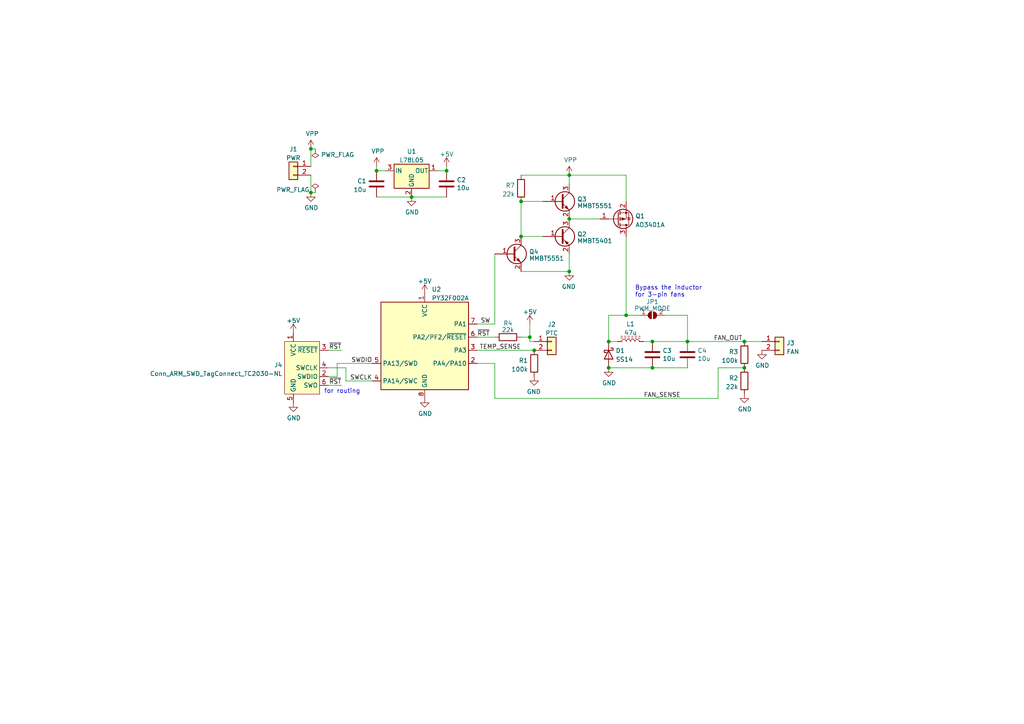
<source format=kicad_sch>
(kicad_sch (version 20230121) (generator eeschema)
  (paper "A4")
  (lib_symbols
    (symbol "Connector:Conn_ARM_SWD_TagConnect_TC2030-NL" (in_bom no)
      (property "Reference" "J" (at 2.54 11.43 0))
      (property "Value" "Conn_ARM_SWD_TagConnect_TC2030-NL" (at 2.54 8.89 0))
      (symbol "Conn_ARM_SWD_TagConnect_TC2030-NL_0_0"
        (pin power_in line (at -2.54 10.16 270) (length 2.54) (name "VCC") (number "1"))
        (pin bidirectional line (at 7.62 -2.54 180) (length 2.54) (name "SWDIO") (number "2"))
        (pin open_collector line (at 7.62 5.08 180) (length 2.54) (name "~{RESET}") (number "3"))
        (pin output line (at 7.62 0 180) (length 2.54) (name "SWCLK") (number "4"))
        (pin power_in line (at -2.54 -10.16 90) (length 2.54) (name "GND") (number "5"))
        (pin input line (at 7.62 -5.08 180) (length 2.54) (name "SWO") (number "6"))
      )
      (symbol "Conn_ARM_SWD_TagConnect_TC2030-NL_0_1"
        (rectangle (start -5.08 7.62) (end 5.08 -7.62) (fill (type background)))
      )
    )
    (symbol "Connector_Generic:Conn_01x02" (pin_names (offset 1.016) hide)
      (property "Reference" "J" (at 0 2.54 0))
      (property "Value" "Conn_01x02" (at 0 -5.08 0))
      (symbol "Conn_01x02_1_1"
        (rectangle (start -1.27 -2.413) (end 0 -2.667) (stroke (width 0.1524)))
        (rectangle (start -1.27 0.127) (end 0 -0.127) (stroke (width 0.1524)))
        (rectangle (start -1.27 1.27) (end 1.27 -3.81) (stroke (width 0.254)) (fill (type background)))
        (pin passive line (at -5.08 0 0) (length 3.81) (name "Pin_1") (number "1"))
        (pin passive line (at -5.08 -2.54 0) (length 3.81) (name "Pin_2") (number "2"))
      )
    )
    (symbol "Device:C" (pin_numbers hide) (pin_names (offset 0.254))
      (property "Reference" "C" (at 0.635 2.54 0))
      (property "Value" "C" (at 0.635 -2.54 0))
      (symbol "C_0_1"
        (polyline (pts (xy -2.032 -0.762) (xy 2.032 -0.762)) (stroke (width 0.508)))
        (polyline (pts (xy -2.032 0.762) (xy 2.032 0.762)) (stroke (width 0.508)))
      )
      (symbol "C_1_1"
        (pin passive line (at 0 3.81 270) (length 2.794) (name "~") (number "1"))
        (pin passive line (at 0 -3.81 90) (length 2.794) (name "~") (number "2"))
      )
    )
    (symbol "Device:D_Schottky" (pin_numbers hide) (pin_names (offset 1.016) hide)
      (property "Reference" "D" (at 0 2.54 0))
      (property "Value" "D_Schottky" (at 0 -2.54 0))
      (symbol "D_Schottky_0_1"
        (polyline (pts (xy 1.27 0) (xy -1.27 0)))
        (polyline (pts (xy 1.27 1.27) (xy 1.27 -1.27) (xy -1.27 0) (xy 1.27 1.27)) (stroke (width 0.254)))
        (polyline (pts (xy -1.905 0.635) (xy -1.905 1.27) (xy -1.27 1.27) (xy -1.27 -1.27) (xy -0.635 -1.27) (xy -0.635 -0.635)) (stroke (width 0.254)))
      )
      (symbol "D_Schottky_1_1"
        (pin passive line (at -3.81 0 0) (length 2.54) (name "K") (number "1"))
        (pin passive line (at 3.81 0 180) (length 2.54) (name "A") (number "2"))
      )
    )
    (symbol "Device:L_Ferrite" (pin_numbers hide) (pin_names (offset 1.016) hide)
      (property "Reference" "L" (at -1.27 0 90))
      (property "Value" "L_Ferrite" (at 2.794 0 90))
      (symbol "L_Ferrite_0_1"
        (arc (start 0 -2.54) (mid 0.6323 -1.905) (end 0 -1.27))
        (arc (start 0 -1.27) (mid 0.6323 -0.635) (end 0 0))
        (polyline (pts (xy 1.016 -2.794) (xy 1.016 -2.286)))
        (polyline (pts (xy 1.016 -1.778) (xy 1.016 -1.27)))
        (polyline (pts (xy 1.016 -0.762) (xy 1.016 -0.254)))
        (polyline (pts (xy 1.016 0.254) (xy 1.016 0.762)))
        (polyline (pts (xy 1.016 1.27) (xy 1.016 1.778)))
        (polyline (pts (xy 1.016 2.286) (xy 1.016 2.794)))
        (polyline (pts (xy 1.524 -2.286) (xy 1.524 -2.794)))
        (polyline (pts (xy 1.524 -1.27) (xy 1.524 -1.778)))
        (polyline (pts (xy 1.524 -0.254) (xy 1.524 -0.762)))
        (polyline (pts (xy 1.524 0.762) (xy 1.524 0.254)))
        (polyline (pts (xy 1.524 1.778) (xy 1.524 1.27)))
        (polyline (pts (xy 1.524 2.794) (xy 1.524 2.286)))
        (arc (start 0 0) (mid 0.6323 0.635) (end 0 1.27))
        (arc (start 0 1.27) (mid 0.6323 1.905) (end 0 2.54))
      )
      (symbol "L_Ferrite_1_1"
        (pin passive line (at 0 3.81 270) (length 1.27) (name "1") (number "1"))
        (pin passive line (at 0 -3.81 90) (length 1.27) (name "2") (number "2"))
      )
    )
    (symbol "Device:Q_NPN_BEC" (pin_names (offset 0) hide)
      (property "Reference" "Q" (at 5.08 1.27 0))
      (property "Value" "Q_NPN_BEC" (at 5.08 -1.27 0))
      (symbol "Q_NPN_BEC_0_1"
        (polyline (pts (xy 0.635 0.635) (xy 2.54 2.54)))
        (polyline (pts (xy 0.635 -0.635) (xy 2.54 -2.54) (xy 2.54 -2.54)))
        (polyline (pts (xy 0.635 1.905) (xy 0.635 -1.905) (xy 0.635 -1.905)) (stroke (width 0.508)))
        (polyline (pts (xy 1.27 -1.778) (xy 1.778 -1.27) (xy 2.286 -2.286) (xy 1.27 -1.778) (xy 1.27 -1.778)) (fill (type outline)))
        (circle (center 1.27 0) (radius 2.8194) (stroke (width 0.254)))
      )
      (symbol "Q_NPN_BEC_1_1"
        (pin input line (at -5.08 0 0) (length 5.715) (name "B") (number "1"))
        (pin passive line (at 2.54 -5.08 90) (length 2.54) (name "E") (number "2"))
        (pin passive line (at 2.54 5.08 270) (length 2.54) (name "C") (number "3"))
      )
    )
    (symbol "Device:Q_PNP_BEC" (pin_names (offset 0) hide)
      (property "Reference" "Q" (at 5.08 1.27 0))
      (property "Value" "Q_PNP_BEC" (at 5.08 -1.27 0))
      (symbol "Q_PNP_BEC_0_1"
        (polyline (pts (xy 0.635 0.635) (xy 2.54 2.54)))
        (polyline (pts (xy 0.635 -0.635) (xy 2.54 -2.54) (xy 2.54 -2.54)))
        (polyline (pts (xy 0.635 1.905) (xy 0.635 -1.905) (xy 0.635 -1.905)) (stroke (width 0.508)))
        (polyline (pts (xy 2.286 -1.778) (xy 1.778 -2.286) (xy 1.27 -1.27) (xy 2.286 -1.778) (xy 2.286 -1.778)) (fill (type outline)))
        (circle (center 1.27 0) (radius 2.8194) (stroke (width 0.254)))
      )
      (symbol "Q_PNP_BEC_1_1"
        (pin input line (at -5.08 0 0) (length 5.715) (name "B") (number "1"))
        (pin passive line (at 2.54 -5.08 90) (length 2.54) (name "E") (number "2"))
        (pin passive line (at 2.54 5.08 270) (length 2.54) (name "C") (number "3"))
      )
    )
    (symbol "Device:R" (pin_numbers hide) (pin_names (offset 0))
      (property "Reference" "R" (at 2.032 0 90))
      (property "Value" "R" (at 0 0 90))
      (symbol "R_0_1"
        (rectangle (start -1.016 -2.54) (end 1.016 2.54) (stroke (width 0.254)))
      )
      (symbol "R_1_1"
        (pin passive line (at 0 3.81 270) (length 1.27) (name "~") (number "1"))
        (pin passive line (at 0 -3.81 90) (length 1.27) (name "~") (number "2"))
      )
    )
    (symbol "Jumper:SolderJumper_2_Open" (pin_names (offset 0) hide)
      (property "Reference" "JP" (at 0 2.032 0))
      (property "Value" "SolderJumper_2_Open" (at 0 -2.54 0))
      (symbol "SolderJumper_2_Open_0_1"
        (arc (start -0.254 1.016) (mid -1.2656 0) (end -0.254 -1.016))
        (arc (start -0.254 1.016) (mid -1.2656 0) (end -0.254 -1.016) (fill (type outline)))
        (polyline (pts (xy -0.254 1.016) (xy -0.254 -1.016)))
        (polyline (pts (xy 0.254 1.016) (xy 0.254 -1.016)))
        (arc (start 0.254 -1.016) (mid 1.2656 0) (end 0.254 1.016))
        (arc (start 0.254 -1.016) (mid 1.2656 0) (end 0.254 1.016) (fill (type outline)))
      )
      (symbol "SolderJumper_2_Open_1_1"
        (pin passive line (at -3.81 0 0) (length 2.54) (name "A") (number "1"))
        (pin passive line (at 3.81 0 180) (length 2.54) (name "B") (number "2"))
      )
    )
    (symbol "Puya_PY32:PY32F002A"
      (property "Reference" "U" (at -12.7 13.97 0))
      (property "Value" "PY32F002A" (at 2.54 -13.97 0))
      (symbol "PY32F002A_0_1"
        (rectangle (start -12.7 -12.7) (end 12.7 12.7) (stroke (width 0.254)) (fill (type background)))
      )
      (symbol "PY32F002A_1_1"
        (pin power_in line (at 0 15.24 270) (length 2.54) (name "VCC") (number "1"))
        (pin bidirectional line (at 15.24 -5.08 180) (length 2.54) (name "PA4/PA10") (number "2"))
        (pin bidirectional line (at 15.24 -1.27 180) (length 2.54) (name "PA3") (number "3"))
        (pin bidirectional line (at -15.24 -10.16 0) (length 2.54) (name "PA14/SWC") (number "4"))
        (pin bidirectional line (at -15.24 -5.08 0) (length 2.54) (name "PA13/SWD") (number "5"))
        (pin bidirectional line (at 15.24 2.54 180) (length 2.54) (name "PA2/PF2/~{RESET}") (number "6"))
        (pin bidirectional line (at 15.24 6.35 180) (length 2.54) (name "PA1") (number "7"))
        (pin power_in line (at 0 -15.24 90) (length 2.54) (name "GND") (number "8"))
      )
    )
    (symbol "Regulator_Linear:L78L05_SOT89" (pin_names (offset 0.254))
      (property "Reference" "U" (at -3.81 3.175 0))
      (property "Value" "L78L05_SOT89" (at -0.635 3.175 0))
      (symbol "L78L05_SOT89_0_1"
        (rectangle (start -5.08 1.905) (end 5.08 -5.08) (stroke (width 0.254)) (fill (type background)))
      )
      (symbol "L78L05_SOT89_1_1"
        (pin power_out line (at 7.62 0 180) (length 2.54) (name "OUT") (number "1"))
        (pin power_in line (at 0 -7.62 90) (length 2.54) (name "GND") (number "2"))
        (pin power_in line (at -7.62 0 0) (length 2.54) (name "IN") (number "3"))
      )
    )
    (symbol "Transistor_FET:AO3401A" (pin_names hide)
      (property "Reference" "Q" (at 5.08 1.905 0))
      (property "Value" "AO3401A" (at 5.08 0 0))
      (symbol "AO3401A_0_1"
        (polyline (pts (xy 0.254 0) (xy -2.54 0)))
        (polyline (pts (xy 0.254 1.905) (xy 0.254 -1.905)) (stroke (width 0.254)))
        (polyline (pts (xy 0.762 -1.27) (xy 0.762 -2.286)) (stroke (width 0.254)))
        (polyline (pts (xy 0.762 0.508) (xy 0.762 -0.508)) (stroke (width 0.254)))
        (polyline (pts (xy 0.762 2.286) (xy 0.762 1.27)) (stroke (width 0.254)))
        (polyline (pts (xy 2.54 2.54) (xy 2.54 1.778)))
        (polyline (pts (xy 2.54 -2.54) (xy 2.54 0) (xy 0.762 0)))
        (polyline (pts (xy 0.762 1.778) (xy 3.302 1.778) (xy 3.302 -1.778) (xy 0.762 -1.778)))
        (polyline (pts (xy 2.286 0) (xy 1.27 0.381) (xy 1.27 -0.381) (xy 2.286 0)) (fill (type outline)))
        (polyline (pts (xy 2.794 -0.508) (xy 2.921 -0.381) (xy 3.683 -0.381) (xy 3.81 -0.254)))
        (polyline (pts (xy 3.302 -0.381) (xy 2.921 0.254) (xy 3.683 0.254) (xy 3.302 -0.381)))
        (circle (center 1.651 0) (radius 2.794) (stroke (width 0.254)))
        (circle (center 2.54 -1.778) (radius 0.254) (fill (type outline)))
        (circle (center 2.54 1.778) (radius 0.254) (fill (type outline)))
      )
      (symbol "AO3401A_1_1"
        (pin input line (at -5.08 0 0) (length 2.54) (name "G") (number "1"))
        (pin passive line (at 2.54 -5.08 90) (length 2.54) (name "S") (number "2"))
        (pin passive line (at 2.54 5.08 270) (length 2.54) (name "D") (number "3"))
      )
    )
    (symbol "power:+5V" (power) (pin_names (offset 0))
      (property "Value" "+5V" (at 0 3.556 0))
      (symbol "+5V_0_1"
        (polyline (pts (xy -0.762 1.27) (xy 0 2.54)))
        (polyline (pts (xy 0 0) (xy 0 2.54)))
        (polyline (pts (xy 0 2.54) (xy 0.762 1.27)))
      )
      (symbol "+5V_1_1"
        (pin power_in line (at 0 0 90) (length 0) hide (name "+5V") (number "1"))
      )
    )
    (symbol "power:GND" (power) (pin_names (offset 0))
      (property "Value" "GND" (at 0 -3.81 0))
      (symbol "GND_0_1"
        (polyline (pts (xy 0 0) (xy 0 -1.27) (xy 1.27 -1.27) (xy 0 -2.54) (xy -1.27 -1.27) (xy 0 -1.27)))
      )
      (symbol "GND_1_1"
        (pin power_in line (at 0 0 270) (length 0) hide (name "GND") (number "1"))
      )
    )
    (symbol "power:PWR_FLAG" (power) (pin_numbers hide) (pin_names (offset 0) hide)
      (property "Value" "PWR_FLAG" (at 0 3.81 0))
      (symbol "PWR_FLAG_0_0"
        (pin power_out line (at 0 0 90) (length 0) (name "pwr") (number "1"))
      )
      (symbol "PWR_FLAG_0_1"
        (polyline (pts (xy 0 0) (xy 0 1.27) (xy -1.016 1.905) (xy 0 2.54) (xy 1.016 1.905) (xy 0 1.27)))
      )
    )
    (symbol "power:VPP" (power) (pin_names (offset 0))
      (property "Value" "VPP" (at 0 3.81 0))
      (symbol "VPP_0_1"
        (polyline (pts (xy -0.762 1.27) (xy 0 2.54)))
        (polyline (pts (xy 0 0) (xy 0 2.54)))
        (polyline (pts (xy 0 2.54) (xy 0.762 1.27)))
      )
      (symbol "VPP_1_1"
        (pin power_in line (at 0 0 90) (length 0) hide (name "VPP") (number "1"))
      )
    )
  )
  (junction (at 151.13 58.42))
  (junction (at 189.23 99.06))
  (junction (at 215.9 106.68))
  (junction (at 153.67 97.79))
  (junction (at 90.17 43.18))
  (junction (at 215.9 99.06))
  (junction (at 165.1 63.5))
  (junction (at 176.53 99.06))
  (junction (at 189.23 106.68))
  (junction (at 119.38 57.15))
  (junction (at 176.53 106.68))
  (junction (at 151.13 68.58))
  (junction (at 165.1 78.74))
  (junction (at 109.22 49.53))
  (junction (at 90.17 55.88))
  (junction (at 165.1 50.8))
  (junction (at 181.61 91.44))
  (junction (at 199.39 99.06))
  (junction (at 129.54 49.53))
  (junction (at 154.94 101.6))
  (wire (pts (xy 208.28 106.68) (xy 208.28 115.57)))
  (wire (pts (xy 127 49.53) (xy 129.54 49.53)))
  (wire (pts (xy 109.22 49.53) (xy 111.76 49.53)))
  (wire (pts (xy 154.94 99.06) (xy 153.67 99.06)))
  (wire (pts (xy 165.1 50.8) (xy 165.1 53.34)))
  (wire (pts (xy 176.53 106.68) (xy 189.23 106.68)))
  (wire (pts (xy 215.9 106.68) (xy 208.28 106.68)))
  (wire (pts (xy 143.51 97.79) (xy 138.43 97.79)))
  (wire (pts (xy 181.61 50.8) (xy 181.61 58.42)))
  (wire (pts (xy 143.51 73.66) (xy 143.51 93.98)))
  (wire (pts (xy 129.54 48.26) (xy 129.54 49.53)))
  (wire (pts (xy 179.07 99.06) (xy 176.53 99.06)))
  (wire (pts (xy 138.43 93.98) (xy 143.51 93.98)))
  (wire (pts (xy 199.39 91.44) (xy 199.39 99.06)))
  (wire (pts (xy 186.69 99.06) (xy 189.23 99.06)))
  (wire (pts (xy 90.17 43.18) (xy 90.17 48.26)))
  (wire (pts (xy 138.43 101.6) (xy 154.94 101.6)))
  (wire (pts (xy 90.17 55.88) (xy 91.44 55.88)))
  (wire (pts (xy 109.22 57.15) (xy 119.38 57.15)))
  (wire (pts (xy 119.38 57.15) (xy 129.54 57.15)))
  (wire (pts (xy 165.1 50.8) (xy 181.61 50.8)))
  (wire (pts (xy 91.44 43.18) (xy 90.17 43.18)))
  (wire (pts (xy 181.61 91.44) (xy 176.53 91.44)))
  (wire (pts (xy 138.43 105.41) (xy 143.51 105.41)))
  (wire (pts (xy 100.33 110.49) (xy 100.33 106.68)))
  (wire (pts (xy 97.79 109.22) (xy 95.25 109.22)))
  (wire (pts (xy 165.1 78.74) (xy 165.1 73.66)))
  (wire (pts (xy 157.48 58.42) (xy 151.13 58.42)))
  (wire (pts (xy 151.13 50.8) (xy 165.1 50.8)))
  (wire (pts (xy 95.25 111.76) (xy 99.06 111.76)))
  (wire (pts (xy 199.39 99.06) (xy 215.9 99.06)))
  (wire (pts (xy 189.23 106.68) (xy 199.39 106.68)))
  (wire (pts (xy 143.51 115.57) (xy 143.51 105.41)))
  (wire (pts (xy 95.25 101.6) (xy 99.06 101.6)))
  (wire (pts (xy 107.95 110.49) (xy 100.33 110.49)))
  (wire (pts (xy 151.13 78.74) (xy 165.1 78.74)))
  (wire (pts (xy 185.42 91.44) (xy 181.61 91.44)))
  (wire (pts (xy 153.67 93.98) (xy 153.67 97.79)))
  (wire (pts (xy 143.51 115.57) (xy 208.28 115.57)))
  (wire (pts (xy 153.67 97.79) (xy 151.13 97.79)))
  (wire (pts (xy 151.13 58.42) (xy 151.13 68.58)))
  (wire (pts (xy 97.79 105.41) (xy 107.95 105.41)))
  (wire (pts (xy 97.79 105.41) (xy 97.79 109.22)))
  (wire (pts (xy 153.67 97.79) (xy 153.67 99.06)))
  (wire (pts (xy 100.33 106.68) (xy 95.25 106.68)))
  (wire (pts (xy 215.9 99.06) (xy 220.98 99.06)))
  (wire (pts (xy 189.23 99.06) (xy 199.39 99.06)))
  (wire (pts (xy 181.61 68.58) (xy 181.61 91.44)))
  (wire (pts (xy 90.17 50.8) (xy 90.17 55.88)))
  (wire (pts (xy 109.22 48.26) (xy 109.22 49.53)))
  (wire (pts (xy 165.1 63.5) (xy 173.99 63.5)))
  (wire (pts (xy 176.53 91.44) (xy 176.53 99.06)))
  (wire (pts (xy 199.39 91.44) (xy 193.04 91.44)))
  (wire (pts (xy 157.48 68.58) (xy 151.13 68.58)))
  (text "Bypass the inductor\nfor 3-pin fans" (at 184.15 86.36 0) (effects (font (size 1.27 1.27)) (justify left bottom)))
  (text "for routing" (at 93.98 114.3 0) (effects (font (size 1.27 1.27)) (justify left bottom)))
  (label "SW" (at 142.24 93.98 180))
  (label "FAN_OUT" (at 207.01 99.06 0))
  (label "TEMP_SENSE" (at 151.13 101.6 180))
  (label "SWCLK" (at 107.95 110.49 180))
  (label "~{RST}" (at 99.06 101.6 180))
  (label "FAN_SENSE" (at 186.69 115.57 0))
  (label "~{RST}" (at 138.43 97.79 0))
  (label "~{RST}" (at 99.06 111.76 180))
  (label "SWDIO" (at 107.95 105.41 180))
  (symbol (lib_id "Device:R") (at 147.32 97.79 90) (mirror x) (unit 1)
    (property "Reference" "R4" (at 147.32 93.7641 90))
    (property "Value" "22k" (at 147.32 95.6851 90))
    (property "Footprint" "Resistor_SMD:R_0402_1005Metric" (effects hide))
    (property "LCSC" "C25768" (effects hide))
  )
  (symbol (lib_id "power:+5V") (at 153.67 93.98 0) (unit 1)
    (property "Reference" "#PWR07" (effects hide))
    (property "Value" "+5V" (at 153.67 90.4781 0))
  )
  (symbol (lib_id "Device:R") (at 215.9 110.49 0) (mirror y) (unit 1)
    (property "Reference" "R2" (at 214.122 109.6553 0) (effects (justify left)))
    (property "Value" "22k" (at 214.122 112.1922 0) (effects (justify left)))
    (property "Footprint" "Resistor_SMD:R_0402_1005Metric" (effects hide))
    (property "LCSC" "C25768" (effects hide))
  )
  (symbol (lib_id "Device:L_Ferrite") (at 182.88 99.06 90) (unit 1)
    (property "Reference" "L1" (at 182.88 93.9632 90))
    (property "Value" "47u" (at 182.88 96.5001 90))
    (property "Footprint" "Inductor_SMD:L_Abracon_ASPI-4030S" (effects hide))
    (property "LCSC" "C54731" (effects hide))
    (property "Description" "I≥500mA" (effects hide))
  )
  (symbol (lib_id "power:VPP") (at 109.22 48.26 0) (unit 1)
    (property "Reference" "#PWR08" (effects hide))
    (property "Value" "VPP" (at 109.601 43.8658 0))
  )
  (symbol (lib_id "Device:C") (at 109.22 53.34 0) (unit 1)
    (property "Reference" "C1" (at 106.2991 52.5053 0) (effects (justify right)))
    (property "Value" "10u" (at 106.2991 55.0422 0) (effects (justify right)))
    (property "Footprint" "Resistor_SMD:R_1206_3216Metric" (effects hide))
    (property "LCSC" "C13585" (effects hide))
    (property "Description" "50V+" (effects hide))
  )
  (symbol (lib_id "Device:Q_NPN_BEC") (at 162.56 58.42 0) (unit 1)
    (property "Reference" "Q3" (at 167.4114 57.7763 0) (effects (justify left)))
    (property "Value" "MMBT5551" (at 167.4114 59.6973 0) (effects (justify left)))
    (property "Footprint" "Package_TO_SOT_SMD:SOT-23" (effects hide))
    (property "LCSC" "C2145" (effects hide))
  )
  (symbol (lib_id "Device:Q_NPN_BEC") (at 148.59 73.66 0) (unit 1)
    (property "Reference" "Q4" (at 153.4414 73.0163 0) (effects (justify left)))
    (property "Value" "MMBT5551" (at 153.4414 74.9373 0) (effects (justify left)))
    (property "Footprint" "Package_TO_SOT_SMD:SOT-23" (effects hide))
    (property "LCSC" "C2145" (effects hide))
  )
  (symbol (lib_id "power:+5V") (at 129.54 48.26 0) (unit 1)
    (property "Reference" "#PWR02" (effects hide))
    (property "Value" "+5V" (at 129.54 44.7581 0))
  )
  (symbol (lib_id "power:GND") (at 85.09 116.84 0) (unit 1)
    (property "Reference" "#PWR016" (effects hide))
    (property "Value" "GND" (at 85.217 121.2342 0))
  )
  (symbol (lib_id "Device:D_Schottky") (at 176.53 102.87 270) (unit 1)
    (property "Reference" "D1" (at 178.562 101.7178 90) (effects (justify left)))
    (property "Value" "SS14" (at 178.562 104.2547 90) (effects (justify left)))
    (property "Footprint" "Diode_SMD:D_SMA" (effects hide))
    (property "LCSC" "C2480" (effects hide))
  )
  (symbol (lib_id "Transistor_FET:AO3401A") (at 179.07 63.5 0) (mirror x) (unit 1)
    (property "Reference" "Q1" (at 184.277 62.6653 0) (effects (justify left)))
    (property "Value" "AO3401A" (at 184.277 65.2022 0) (effects (justify left)))
    (property "Footprint" "Package_TO_SOT_SMD:SOT-23" (effects hide))
    (property "Datasheet" "http://www.aosmd.com/pdfs/datasheet/AO3401A.pdf" (effects hide))
    (property "LCSC" "C15127" (effects hide))
  )
  (symbol (lib_id "power:GND") (at 119.38 57.15 0) (unit 1)
    (property "Reference" "#PWR010" (effects hide))
    (property "Value" "GND" (at 119.507 61.5442 0))
  )
  (symbol (lib_id "power:GND") (at 154.94 109.22 0) (mirror y) (unit 1)
    (property "Reference" "#PWR013" (effects hide))
    (property "Value" "GND" (at 154.813 113.6142 0))
  )
  (symbol (lib_id "power:VPP") (at 90.17 43.18 0) (unit 1)
    (property "Reference" "#PWR01" (effects hide))
    (property "Value" "VPP" (at 90.551 38.7858 0))
  )
  (symbol (lib_id "Connector:Conn_ARM_SWD_TagConnect_TC2030-NL") (at 87.63 106.68 0) (unit 1)
    (property "Reference" "J4" (at 81.915 105.8453 0) (effects (justify right)))
    (property "Value" "Conn_ARM_SWD_TagConnect_TC2030-NL" (at 81.915 108.3822 0) (effects (justify right)))
    (property "Footprint" "Connector:Tag-Connect_TC2030-IDC-NL_2x03_P1.27mm_Vertical" (effects hide))
    (property "Datasheet" "https://www.tag-connect.com/wp-content/uploads/bsk-pdf-manager/TC2030-CTX_1.pdf" (effects hide))
  )
  (symbol (lib_id "power:VPP") (at 165.1 50.8 0) (unit 1)
    (property "Reference" "#PWR03" (effects hide))
    (property "Value" "VPP" (at 165.481 46.4058 0))
  )
  (symbol (lib_id "power:+5V") (at 123.19 85.09 0) (unit 1)
    (property "Reference" "#PWR011" (effects hide))
    (property "Value" "+5V" (at 123.19 81.5881 0))
  )
  (symbol (lib_id "Device:C") (at 129.54 53.34 0) (unit 1)
    (property "Reference" "C2" (at 132.461 52.1716 0) (effects (justify left)))
    (property "Value" "10u" (at 132.461 54.483 0) (effects (justify left)))
    (property "Footprint" "Resistor_SMD:R_1206_3216Metric" (effects hide))
    (property "LCSC" "C13585" (effects hide))
    (property "Description" "50V+" (effects hide))
  )
  (symbol (lib_id "Device:C") (at 199.39 102.87 0) (unit 1)
    (property "Reference" "C4" (at 202.311 101.7016 0) (effects (justify left)))
    (property "Value" "10u" (at 202.311 104.013 0) (effects (justify left)))
    (property "Footprint" "Resistor_SMD:R_1206_3216Metric" (effects hide))
    (property "LCSC" "C13585" (effects hide))
    (property "Description" "50V+" (effects hide))
  )
  (symbol (lib_id "power:PWR_FLAG") (at 91.44 43.18 180) (unit 1)
    (property "Reference" "#FLG01" (effects hide))
    (property "Value" "PWR_FLAG" (at 93.091 44.8838 0) (effects (justify right)))
  )
  (symbol (lib_id "Puya_PY32:PY32F002A") (at 123.19 100.33 0) (unit 1)
    (property "Reference" "U2" (at 125.2094 83.9302 0) (effects (justify left)))
    (property "Value" "PY32F002A" (at 125.2094 86.4671 0) (effects (justify left)))
    (property "Footprint" "Package_SO:SOIC-8_3.9x4.9mm_P1.27mm" (effects hide))
    (property "Datasheet" "https://datasheet.lcsc.com/lcsc/2211291730_PUYA--PY32F002AL15S6TU_C5292060.pdf" (effects hide))
    (property "LCSC" "C5292060" (effects hide))
  )
  (symbol (lib_id "power:PWR_FLAG") (at 91.44 55.88 0) (unit 1)
    (property "Reference" "#FLG03" (effects hide))
    (property "Value" "PWR_FLAG" (at 89.7891 55.0438 0) (effects (justify right)))
  )
  (symbol (lib_id "Connector_Generic:Conn_01x02") (at 160.02 99.06 0) (unit 1)
    (property "Reference" "J2" (at 160.02 94.0902 0))
    (property "Value" "PTC" (at 160.02 96.6271 0))
    (property "Footprint" "Connector_PinHeader_2.54mm:PinHeader_1x02_P2.54mm_Vertical" (effects hide))
  )
  (symbol (lib_id "Device:R") (at 154.94 105.41 0) (mirror y) (unit 1)
    (property "Reference" "R1" (at 153.162 104.5753 0) (effects (justify left)))
    (property "Value" "100k" (at 153.162 107.1122 0) (effects (justify left)))
    (property "Footprint" "Resistor_SMD:R_0402_1005Metric" (effects hide))
    (property "LCSC" "C25086" (effects hide))
  )
  (symbol (lib_id "Device:R") (at 215.9 102.87 0) (mirror y) (unit 1)
    (property "Reference" "R3" (at 214.122 102.0353 0) (effects (justify left)))
    (property "Value" "100k" (at 214.122 104.5722 0) (effects (justify left)))
    (property "Footprint" "Resistor_SMD:R_0402_1005Metric" (effects hide))
    (property "LCSC" "C25086" (effects hide))
  )
  (symbol (lib_id "Connector_Generic:Conn_01x02") (at 226.06 99.06 0) (unit 1)
    (property "Reference" "J3" (at 228.092 99.4953 0) (effects (justify left)))
    (property "Value" "FAN" (at 228.092 102.0322 0) (effects (justify left)))
    (property "Footprint" "Connector_PinHeader_2.54mm:PinHeader_1x02_P2.54mm_Vertical" (effects hide))
  )
  (symbol (lib_id "power:GND") (at 165.1 78.74 0) (mirror y) (unit 1)
    (property "Reference" "#PWR017" (effects hide))
    (property "Value" "GND" (at 164.973 83.1342 0))
  )
  (symbol (lib_id "Jumper:SolderJumper_2_Open") (at 189.23 91.44 0) (unit 1)
    (property "Reference" "JP1" (at 189.23 87.5411 0))
    (property "Value" "PWM_MODE" (at 189.23 89.4621 0))
    (property "Footprint" "Jumper:SolderJumper-2_P1.3mm_Open_TrianglePad1.0x1.5mm" (effects hide))
  )
  (symbol (lib_id "Device:Q_PNP_BEC") (at 162.56 68.58 0) (unit 1)
    (property "Reference" "Q2" (at 167.4114 67.9363 0) (effects (justify left)))
    (property "Value" "MMBT5401" (at 167.4114 69.8573 0) (effects (justify left)))
    (property "Footprint" "Package_TO_SOT_SMD:SOT-23" (effects hide))
    (property "LCSC" "C8326" (effects hide))
  )
  (symbol (lib_id "Connector_Generic:Conn_01x02") (at 85.09 48.26 0) (mirror y) (unit 1)
    (property "Reference" "J1" (at 85.09 43.2902 0))
    (property "Value" "PWR" (at 85.09 45.8271 0))
    (property "Footprint" "Connector_PinHeader_2.54mm:PinHeader_1x02_P2.54mm_Vertical" (effects hide))
  )
  (symbol (lib_id "Device:R") (at 151.13 54.61 0) (mirror y) (unit 1)
    (property "Reference" "R7" (at 149.352 53.7753 0) (effects (justify left)))
    (property "Value" "22k" (at 149.352 56.3122 0) (effects (justify left)))
    (property "Footprint" "Resistor_SMD:R_0402_1005Metric" (effects hide))
    (property "LCSC" "C25768" (effects hide))
  )
  (symbol (lib_id "Device:C") (at 189.23 102.87 0) (unit 1)
    (property "Reference" "C3" (at 192.151 101.7016 0) (effects (justify left)))
    (property "Value" "10u" (at 192.151 104.013 0) (effects (justify left)))
    (property "Footprint" "Resistor_SMD:R_1206_3216Metric" (effects hide))
    (property "LCSC" "C13585" (effects hide))
    (property "Description" "50V+" (effects hide))
  )
  (symbol (lib_id "power:+5V") (at 85.09 96.52 0) (unit 1)
    (property "Reference" "#PWR06" (effects hide))
    (property "Value" "+5V" (at 85.09 93.0181 0))
  )
  (symbol (lib_id "power:GND") (at 220.98 101.6 0) (unit 1)
    (property "Reference" "#PWR09" (effects hide))
    (property "Value" "GND" (at 221.107 105.9942 0))
  )
  (symbol (lib_id "power:GND") (at 176.53 106.68 0) (unit 1)
    (property "Reference" "#PWR012" (effects hide))
    (property "Value" "GND" (at 176.657 111.0742 0))
  )
  (symbol (lib_id "Regulator_Linear:L78L05_SOT89") (at 119.38 49.53 0) (unit 1)
    (property "Reference" "U1" (at 119.38 43.9252 0))
    (property "Value" "L78L05" (at 119.38 46.4621 0))
    (property "Footprint" "Package_TO_SOT_SMD:SOT-89-3" (effects hide))
    (property "Datasheet" "http://www.st.com/content/ccc/resource/technical/document/datasheet/15/55/e5/aa/23/5b/43/fd/CD00000446.pdf/files/CD00000446.pdf/jcr:content/translations/en.CD00000446.pdf" (effects hide))
    (property "LCSC" "C71136" (effects hide))
  )
  (symbol (lib_id "power:GND") (at 215.9 114.3 0) (unit 1)
    (property "Reference" "#PWR05" (effects hide))
    (property "Value" "GND" (at 216.027 118.6942 0))
  )
  (symbol (lib_id "power:GND") (at 123.19 115.57 0) (unit 1)
    (property "Reference" "#PWR014" (effects hide))
    (property "Value" "GND" (at 123.317 119.9642 0))
  )
  (symbol (lib_id "power:GND") (at 90.17 55.88 0) (unit 1)
    (property "Reference" "#PWR04" (effects hide))
    (property "Value" "GND" (at 90.297 60.2742 0))
  )
)
</source>
